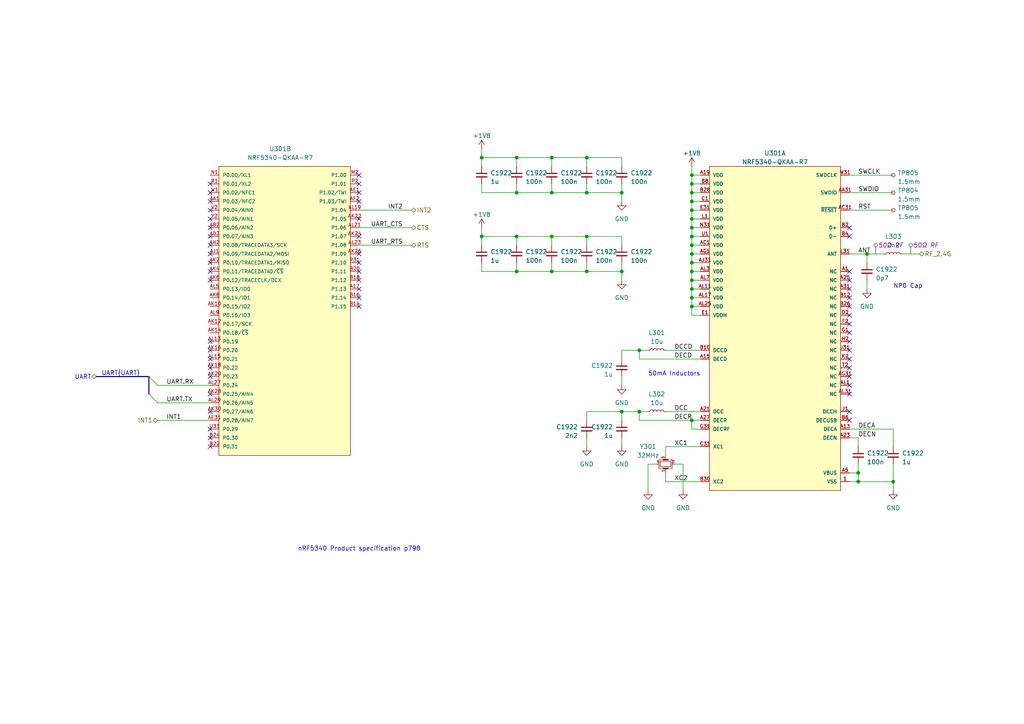
<source format=kicad_sch>
(kicad_sch (version 20230121) (generator eeschema)
  (paper "A4")
  (title_block (title "Watch Bluetooth") (rev "2"))
  (lib_symbols
    (symbol "Connector:TestPoint_Small" (pin_numbers hide) (pin_names (offset 0.762) hide)
      (property "Reference" "TP" (at 0 3.81 0))
      (property "Value" "TestPoint_Small" (at 0 2.032 0))
      (symbol "TestPoint_Small_0_1"
        (circle (center 0 0) (radius 0.508))
      )
      (symbol "TestPoint_Small_1_1"
        (pin passive line (at 0 0 90) (length 0) (name "1") (number "1"))
      )
    )
    (symbol "Device:C_Small" (pin_numbers hide) (pin_names (offset 0.254) hide)
      (property "Reference" "C" (at 0.254 1.778 0))
      (property "Value" "C_Small" (at 0.254 -2.032 0))
      (symbol "C_Small_0_1"
        (polyline (pts (xy -1.524 -0.508) (xy 1.524 -0.508)) (stroke (width 0.3302)))
        (polyline (pts (xy -1.524 0.508) (xy 1.524 0.508)) (stroke (width 0.3048)))
      )
      (symbol "C_Small_1_1"
        (pin passive line (at 0 2.54 270) (length 2.032) (name "~") (number "1"))
        (pin passive line (at 0 -2.54 90) (length 2.032) (name "~") (number "2"))
      )
    )
    (symbol "Device:Crystal_GND24_Small" (pin_names (offset 1.016) hide)
      (property "Reference" "Y" (at 1.27 4.445 0))
      (property "Value" "Crystal_GND24_Small" (at 1.27 2.54 0))
      (symbol "Crystal_GND24_Small_0_1"
        (rectangle (start -0.762 -1.524) (end 0.762 1.524))
        (polyline (pts (xy -1.27 -0.762) (xy -1.27 0.762)) (stroke (width 0.381)))
        (polyline (pts (xy 1.27 -0.762) (xy 1.27 0.762)) (stroke (width 0.381)))
        (polyline (pts (xy -1.27 -1.27) (xy -1.27 -1.905) (xy 1.27 -1.905) (xy 1.27 -1.27)))
        (polyline (pts (xy -1.27 1.27) (xy -1.27 1.905) (xy 1.27 1.905) (xy 1.27 1.27)))
      )
      (symbol "Crystal_GND24_Small_1_1"
        (pin passive line (at -2.54 0 0) (length 1.27) (name "1") (number "1"))
        (pin passive line (at 0 -2.54 90) (length 0.635) (name "2") (number "2"))
        (pin passive line (at 2.54 0 180) (length 1.27) (name "3") (number "3"))
        (pin passive line (at 0 2.54 270) (length 0.635) (name "4") (number "4"))
      )
    )
    (symbol "Device:L_Small" (pin_numbers hide) (pin_names (offset 0.254) hide)
      (property "Reference" "L" (at 0.762 1.016 0))
      (property "Value" "L_Small" (at 0.762 -1.016 0))
      (symbol "L_Small_0_1"
        (arc (start 0 -2.032) (mid 0.5058 -1.524) (end 0 -1.016))
        (arc (start 0 -1.016) (mid 0.5058 -0.508) (end 0 0))
        (arc (start 0 0) (mid 0.5058 0.508) (end 0 1.016))
        (arc (start 0 1.016) (mid 0.5058 1.524) (end 0 2.032))
      )
      (symbol "L_Small_1_1"
        (pin passive line (at 0 2.54 270) (length 0.508) (name "~") (number "1"))
        (pin passive line (at 0 -2.54 90) (length 0.508) (name "~") (number "2"))
      )
    )
    (symbol "NRF5340-QKAA-R7:NRF5340-QKAA-R7" (pin_names (offset 1.016))
      (property "Reference" "U" (at 0 7.62 0))
      (property "Value" "NRF5340-QKAA-R7" (at 0 5.08 0))
      (symbol "NRF5340-QKAA-R7_1_1"
        (rectangle (start 5.08 2.54) (end 43.18 -91.44) (fill (type background)))
        (pin power_in line (at 45.72 -88.9 180) (length 2.54) (name "VSS") (number "1"))
        (pin passive line (at 45.72 -27.94 180) (length 2.54) (name "NC") (number "A1"))
        (pin power_in line (at 45.72 -73.66 180) (length 2.54) (name "DECA") (number "A13"))
        (pin power_in line (at 2.54 -53.34 0) (length 2.54) (name "DECD") (number "A15"))
        (pin power_in line (at 2.54 0 0) (length 2.54) (name "VDD") (number "A19"))
        (pin power_in line (at 2.54 -68.58 0) (length 2.54) (name "DCC") (number "A21"))
        (pin power_in line (at 45.72 -76.2 180) (length 2.54) (name "DECN") (number "A23"))
        (pin passive line (at 45.72 -30.48 180) (length 2.54) (name "NC") (number "A25"))
        (pin power_in line (at 2.54 -71.12 0) (length 2.54) (name "DECR") (number "A27"))
        (pin passive line (at 45.72 -33.02 180) (length 2.54) (name "NC") (number "A31"))
        (pin power_in line (at 45.72 -86.36 180) (length 2.54) (name "VBUS") (number "A5"))
        (pin bidirectional line (at 45.72 -5.08 180) (length 2.54) (name "SWDIO") (number "AA31"))
        (pin power_in line (at 2.54 -20.32 0) (length 2.54) (name "VDD") (number "AC1"))
        (pin input line (at 45.72 -10.16 180) (length 2.54) (name "~{RESET}") (number "AC31"))
        (pin power_in line (at 2.54 -22.86 0) (length 2.54) (name "VDD") (number "AG1"))
        (pin passive line (at 45.72 -58.42 180) (length 2.54) (name "NC") (number "AG31"))
        (pin power_in line (at 2.54 -25.4 0) (length 2.54) (name "VDD") (number "AJ31"))
        (pin passive line (at 45.72 -60.96 180) (length 2.54) (name "NC") (number "AL1"))
        (pin power_in line (at 2.54 -33.02 0) (length 2.54) (name "VDD") (number "AL11"))
        (pin power_in line (at 2.54 -35.56 0) (length 2.54) (name "VDD") (number "AL17"))
        (pin power_in line (at 2.54 -38.1 0) (length 2.54) (name "VDD") (number "AL25"))
        (pin power_in line (at 2.54 -27.94 0) (length 2.54) (name "VDD") (number "AL3"))
        (pin passive line (at 45.72 -63.5 180) (length 2.54) (name "NC") (number "AL31"))
        (pin power_in line (at 2.54 -30.48 0) (length 2.54) (name "VDD") (number "AL7"))
        (pin power_in line (at 2.54 -50.8 0) (length 2.54) (name "DCCD") (number "B10"))
        (pin passive line (at 45.72 -35.56 180) (length 2.54) (name "NC") (number "B12"))
        (pin bidirectional line (at 45.72 -15.24 180) (length 2.54) (name "D+") (number "B2"))
        (pin passive line (at 45.72 -38.1 180) (length 2.54) (name "NC") (number "B26"))
        (pin power_in line (at 2.54 -5.08 0) (length 2.54) (name "VDD") (number "B28"))
        (pin input line (at 2.54 -88.9 0) (length 2.54) (name "XC2") (number "B30"))
        (pin bidirectional line (at 45.72 -17.78 180) (length 2.54) (name "D-") (number "B4"))
        (pin power_in line (at 45.72 -71.12 180) (length 2.54) (name "DECUSB") (number "B6"))
        (pin power_in line (at 2.54 -2.54 0) (length 2.54) (name "VDD") (number "B8"))
        (pin power_in line (at 2.54 -7.62 0) (length 2.54) (name "VDD") (number "C1"))
        (pin input line (at 2.54 -78.74 0) (length 2.54) (name "XC1") (number "C31"))
        (pin passive line (at 45.72 -40.64 180) (length 2.54) (name "NC") (number "D2"))
        (pin power_in line (at 2.54 -40.64 0) (length 2.54) (name "VDDH") (number "E1"))
        (pin power_in line (at 2.54 -10.16 0) (length 2.54) (name "VDD") (number "E31"))
        (pin passive line (at 45.72 -43.18 180) (length 2.54) (name "NC") (number "F2"))
        (pin passive line (at 45.72 -45.72 180) (length 2.54) (name "NC") (number "G1"))
        (pin power_in line (at 2.54 -73.66 0) (length 2.54) (name "DECRF") (number "G31"))
        (pin passive line (at 45.72 -48.26 180) (length 2.54) (name "NC") (number "H2"))
        (pin power_in line (at 45.72 -68.58 180) (length 2.54) (name "DCCH") (number "J1"))
        (pin passive line (at 45.72 -50.8 180) (length 2.54) (name "NC") (number "J31"))
        (pin passive line (at 45.72 -53.34 180) (length 2.54) (name "NC") (number "K2"))
        (pin power_in line (at 2.54 -12.7 0) (length 2.54) (name "VDD") (number "L1"))
        (pin passive line (at 45.72 -22.86 180) (length 2.54) (name "ANT") (number "L31"))
        (pin power_in line (at 2.54 -15.24 0) (length 2.54) (name "VDD") (number "N31"))
        (pin passive line (at 45.72 -55.88 180) (length 2.54) (name "NC") (number "T2"))
        (pin power_in line (at 2.54 -17.78 0) (length 2.54) (name "VDD") (number "U1"))
        (pin input line (at 45.72 0 180) (length 2.54) (name "SWDCLK") (number "W31"))
      )
      (symbol "NRF5340-QKAA-R7_2_1"
        (rectangle (start -17.78 2.54) (end 20.32 -81.28) (fill (type background)))
        (pin bidirectional line (at 22.86 -33.02 180) (length 2.54) (name "P1.13") (number "A17"))
        (pin bidirectional line (at -20.32 -7.62 0) (length 2.54) (name "P0.03/NFC2") (number "AA1"))
        (pin bidirectional line (at -20.32 -15.24 0) (length 2.54) (name "P0.06/AIN2") (number "AB2"))
        (pin bidirectional line (at -20.32 -17.78 0) (length 2.54) (name "P0.07/AIN3") (number "AD2"))
        (pin bidirectional line (at 22.86 -5.08 180) (length 2.54) (name "P1.02/TWI") (number "AE1"))
        (pin bidirectional line (at -20.32 -71.12 0) (length 2.54) (name "P0.28/AIN7") (number "AE31"))
        (pin bidirectional line (at 22.86 -7.62 180) (length 2.54) (name "P1.03/TWI") (number "AF2"))
        (pin bidirectional line (at -20.32 -20.32 0) (length 2.54) (name "P0.08/TRACEDATA3/SCK") (number "AH2"))
        (pin bidirectional line (at -20.32 -22.86 0) (length 2.54) (name "P0.09/TRACEDATA2/MOSI") (number "AJ1"))
        (pin bidirectional line (at -20.32 -38.1 0) (length 2.54) (name "P0.15/IO2") (number "AK10"))
        (pin bidirectional line (at -20.32 -43.18 0) (length 2.54) (name "P0.17/SCK") (number "AK12"))
        (pin bidirectional line (at -20.32 -45.72 0) (length 2.54) (name "P0.18/~{CS}") (number "AK14"))
        (pin bidirectional line (at -20.32 -50.8 0) (length 2.54) (name "P0.20") (number "AK16"))
        (pin bidirectional line (at -20.32 -55.88 0) (length 2.54) (name "P0.22") (number "AK18"))
        (pin bidirectional line (at -20.32 -25.4 0) (length 2.54) (name "P0.10/TRACEDATA1/MISO") (number "AK2"))
        (pin bidirectional line (at -20.32 -58.42 0) (length 2.54) (name "P0.23") (number "AK20"))
        (pin bidirectional line (at 22.86 -12.7 180) (length 2.54) (name "P1.05") (number "AK22"))
        (pin bidirectional line (at 22.86 -17.78 180) (length 2.54) (name "P1.07") (number "AK24"))
        (pin bidirectional line (at 22.86 -22.86 180) (length 2.54) (name "P1.09") (number "AK26"))
        (pin bidirectional line (at -20.32 -63.5 0) (length 2.54) (name "P0.25/AIN4") (number "AK28"))
        (pin bidirectional line (at -20.32 -68.58 0) (length 2.54) (name "P0.27/AIN6") (number "AK30"))
        (pin bidirectional line (at -20.32 -27.94 0) (length 2.54) (name "P0.11/TRACEDATA0/~{CS}") (number "AK4"))
        (pin bidirectional line (at -20.32 -30.48 0) (length 2.54) (name "P0.12/TRACECLK/DCX") (number "AK6"))
        (pin bidirectional line (at -20.32 -35.56 0) (length 2.54) (name "P0.14/IO1") (number "AK8"))
        (pin bidirectional line (at -20.32 -48.26 0) (length 2.54) (name "P0.19") (number "AL13"))
        (pin bidirectional line (at -20.32 -53.34 0) (length 2.54) (name "P0.21") (number "AL15"))
        (pin bidirectional line (at 22.86 -10.16 180) (length 2.54) (name "P1.04") (number "AL19"))
        (pin bidirectional line (at 22.86 -15.24 180) (length 2.54) (name "P1.06") (number "AL21"))
        (pin bidirectional line (at 22.86 -20.32 180) (length 2.54) (name "P1.08") (number "AL23"))
        (pin bidirectional line (at -20.32 -60.96 0) (length 2.54) (name "P0.24") (number "AL27"))
        (pin bidirectional line (at -20.32 -66.04 0) (length 2.54) (name "P0.26/AIN5") (number "AL29"))
        (pin bidirectional line (at -20.32 -33.02 0) (length 2.54) (name "P0.13/IO0") (number "AL5"))
        (pin bidirectional line (at -20.32 -40.64 0) (length 2.54) (name "P0.16/IO3") (number "AL9"))
        (pin bidirectional line (at 22.86 -38.1 180) (length 2.54) (name "P1.15") (number "B14"))
        (pin bidirectional line (at 22.86 -35.56 180) (length 2.54) (name "P1.14") (number "B16"))
        (pin bidirectional line (at 22.86 -30.48 180) (length 2.54) (name "P1.12") (number "B18"))
        (pin bidirectional line (at 22.86 -27.94 180) (length 2.54) (name "P1.11") (number "B20"))
        (pin bidirectional line (at -20.32 -78.74 0) (length 2.54) (name "P0.31") (number "B22"))
        (pin bidirectional line (at -20.32 -76.2 0) (length 2.54) (name "P0.30") (number "B24"))
        (pin bidirectional line (at 22.86 0 180) (length 2.54) (name "P1.00") (number "M2"))
        (pin bidirectional line (at -20.32 0 0) (length 2.54) (name "P0.00/XL1") (number "N1"))
        (pin bidirectional line (at 22.86 -2.54 180) (length 2.54) (name "P1.01") (number "P2"))
        (pin bidirectional line (at -20.32 -2.54 0) (length 2.54) (name "P0.01/XL2") (number "R1"))
        (pin bidirectional line (at 22.86 -25.4 180) (length 2.54) (name "P1.10") (number "R31"))
        (pin bidirectional line (at -20.32 -73.66 0) (length 2.54) (name "P0.29") (number "U31"))
        (pin bidirectional line (at -20.32 -10.16 0) (length 2.54) (name "P0.04/AIN0") (number "V2"))
        (pin bidirectional line (at -20.32 -5.08 0) (length 2.54) (name "P0.02/NFC1") (number "W1"))
        (pin bidirectional line (at -20.32 -12.7 0) (length 2.54) (name "P0.05/AIN1") (number "Y2"))
      )
    )
    (symbol "power:+1V8" (power) (pin_names (offset 0))
      (property "Value" "+1V8" (at 0 3.556 0))
      (symbol "+1V8_0_1"
        (polyline (pts (xy -0.762 1.27) (xy 0 2.54)))
        (polyline (pts (xy 0 0) (xy 0 2.54)))
        (polyline (pts (xy 0 2.54) (xy 0.762 1.27)))
      )
      (symbol "+1V8_1_1"
        (pin power_in line (at 0 0 90) (length 0) hide (name "+1V8") (number "1"))
      )
    )
    (symbol "power:GND" (power) (pin_names (offset 0))
      (property "Value" "GND" (at 0 -3.81 0))
      (symbol "GND_0_1"
        (polyline (pts (xy 0 0) (xy 0 -1.27) (xy 1.27 -1.27) (xy 0 -2.54) (xy -1.27 -1.27) (xy 0 -1.27)))
      )
      (symbol "GND_1_1"
        (pin power_in line (at 0 0 270) (length 0) hide (name "GND") (number "1"))
      )
    )
  )
  (junction (at 200.66 55.88))
  (junction (at 185.42 119.38))
  (junction (at 200.66 50.8))
  (junction (at 248.92 137.16))
  (junction (at 200.66 73.66))
  (junction (at 149.86 68.58))
  (junction (at 200.66 86.36))
  (junction (at 160.02 68.58))
  (junction (at 170.18 55.88))
  (junction (at 200.66 78.74))
  (junction (at 200.66 76.2))
  (junction (at 160.02 45.72))
  (junction (at 251.46 73.66))
  (junction (at 248.92 139.7))
  (junction (at 149.86 78.74))
  (junction (at 170.18 68.58))
  (junction (at 180.34 78.74))
  (junction (at 180.34 55.88))
  (junction (at 160.02 55.88))
  (junction (at 200.66 83.82))
  (junction (at 149.86 45.72))
  (junction (at 160.02 78.74))
  (junction (at 149.86 55.88))
  (junction (at 200.66 81.28))
  (junction (at 139.7 45.72))
  (junction (at 185.42 101.6))
  (junction (at 200.66 66.04))
  (junction (at 200.66 60.96))
  (junction (at 200.66 88.9))
  (junction (at 170.18 45.72))
  (junction (at 259.08 139.7))
  (junction (at 139.7 68.58))
  (junction (at 200.66 71.12))
  (junction (at 200.66 53.34))
  (junction (at 200.66 121.92))
  (junction (at 200.66 68.58))
  (junction (at 200.66 63.5))
  (junction (at 200.66 58.42))
  (junction (at 180.34 119.38))
  (junction (at 170.18 78.74))
  (no_connect (at 246.38 119.38))
  (no_connect (at 246.38 121.92))
  (no_connect (at 104.14 50.8))
  (no_connect (at 60.96 101.6))
  (no_connect (at 246.38 111.76))
  (no_connect (at 60.96 73.66))
  (no_connect (at 60.96 58.42))
  (no_connect (at 246.38 78.74))
  (no_connect (at 246.38 101.6))
  (no_connect (at 246.38 99.06))
  (no_connect (at 60.96 63.5))
  (no_connect (at 104.14 68.58))
  (no_connect (at 60.96 66.04))
  (no_connect (at 104.14 83.82))
  (no_connect (at 246.38 93.98))
  (no_connect (at 246.38 81.28))
  (no_connect (at 104.14 88.9))
  (no_connect (at 104.14 55.88))
  (no_connect (at 104.14 78.74))
  (no_connect (at 60.96 68.58))
  (no_connect (at 60.96 106.68))
  (no_connect (at 246.38 109.22))
  (no_connect (at 246.38 114.3))
  (no_connect (at 60.96 81.28))
  (no_connect (at 246.38 88.9))
  (no_connect (at 246.38 96.52))
  (no_connect (at 60.96 119.38))
  (no_connect (at 246.38 86.36))
  (no_connect (at 246.38 68.58))
  (no_connect (at 60.96 109.22))
  (no_connect (at 104.14 73.66))
  (no_connect (at 60.96 114.3))
  (no_connect (at 60.96 124.46))
  (no_connect (at 60.96 76.2))
  (no_connect (at 60.96 55.88))
  (no_connect (at 246.38 106.68))
  (no_connect (at 60.96 104.14))
  (no_connect (at 104.14 58.42))
  (no_connect (at 246.38 91.44))
  (no_connect (at 104.14 63.5))
  (no_connect (at 60.96 127))
  (no_connect (at 104.14 81.28))
  (no_connect (at 60.96 99.06))
  (no_connect (at 104.14 53.34))
  (no_connect (at 104.14 86.36))
  (no_connect (at 246.38 83.82))
  (no_connect (at 246.38 66.04))
  (no_connect (at 60.96 60.96))
  (no_connect (at 104.14 76.2))
  (no_connect (at 60.96 53.34))
  (no_connect (at 60.96 129.54))
  (no_connect (at 60.96 71.12))
  (no_connect (at 60.96 78.74))
  (no_connect (at 246.38 104.14))
  (bus_entry (at 43.18 114.3) (size 2.54 2.54))
  (bus_entry (at 43.18 109.22) (size 2.54 2.54))
  (wire (pts (xy 200.66 91.44) (xy 203.2 91.44)))
  (wire (pts (xy 170.18 78.74) (xy 160.02 78.74)))
  (wire (pts (xy 187.96 142.24) (xy 187.96 134.62)))
  (wire (pts (xy 200.66 48.26) (xy 200.66 50.8)))
  (wire (pts (xy 200.66 76.2) (xy 200.66 78.74)))
  (wire (pts (xy 246.38 55.88) (xy 259.08 55.88)))
  (wire (pts (xy 259.08 139.7) (xy 259.08 142.24)))
  (wire (pts (xy 139.7 66.04) (xy 139.7 68.58)))
  (wire (pts (xy 160.02 78.74) (xy 149.86 78.74)))
  (wire (pts (xy 149.86 45.72) (xy 160.02 45.72)))
  (wire (pts (xy 200.66 83.82) (xy 203.2 83.82)))
  (wire (pts (xy 180.34 109.22) (xy 180.34 111.76)))
  (wire (pts (xy 193.04 101.6) (xy 203.2 101.6)))
  (wire (pts (xy 149.86 68.58) (xy 149.86 71.12)))
  (wire (pts (xy 200.66 86.36) (xy 200.66 88.9)))
  (wire (pts (xy 259.08 129.54) (xy 259.08 124.46)))
  (wire (pts (xy 251.46 73.66) (xy 251.46 76.2)))
  (wire (pts (xy 185.42 121.92) (xy 200.66 121.92)))
  (wire (pts (xy 185.42 121.92) (xy 185.42 119.38)))
  (wire (pts (xy 170.18 55.88) (xy 170.18 53.34)))
  (wire (pts (xy 259.08 139.7) (xy 248.92 139.7)))
  (wire (pts (xy 261.62 73.66) (xy 266.7 73.66)))
  (wire (pts (xy 246.38 139.7) (xy 248.92 139.7)))
  (wire (pts (xy 200.66 121.92) (xy 203.2 121.92)))
  (wire (pts (xy 251.46 83.82) (xy 251.46 81.28)))
  (wire (pts (xy 203.2 104.14) (xy 185.42 104.14)))
  (wire (pts (xy 180.34 68.58) (xy 180.34 71.12)))
  (wire (pts (xy 180.34 101.6) (xy 180.34 104.14)))
  (wire (pts (xy 45.72 111.76) (xy 60.96 111.76)))
  (wire (pts (xy 248.92 134.62) (xy 248.92 137.16)))
  (wire (pts (xy 170.18 127) (xy 170.18 129.54)))
  (wire (pts (xy 248.92 127) (xy 246.38 127)))
  (wire (pts (xy 160.02 55.88) (xy 149.86 55.88)))
  (wire (pts (xy 160.02 55.88) (xy 160.02 53.34)))
  (wire (pts (xy 170.18 45.72) (xy 180.34 45.72)))
  (wire (pts (xy 180.34 119.38) (xy 185.42 119.38)))
  (wire (pts (xy 45.72 121.92) (xy 60.96 121.92)))
  (wire (pts (xy 170.18 68.58) (xy 170.18 71.12)))
  (wire (pts (xy 193.04 119.38) (xy 203.2 119.38)))
  (wire (pts (xy 139.7 68.58) (xy 139.7 71.12)))
  (wire (pts (xy 200.66 124.46) (xy 200.66 121.92)))
  (wire (pts (xy 198.12 142.24) (xy 198.12 134.62)))
  (bus (pts (xy 43.18 109.22) (xy 43.18 114.3)))
  (wire (pts (xy 104.14 60.96) (xy 119.38 60.96)))
  (wire (pts (xy 180.34 119.38) (xy 180.34 121.92)))
  (wire (pts (xy 200.66 50.8) (xy 203.2 50.8)))
  (wire (pts (xy 200.66 71.12) (xy 203.2 71.12)))
  (wire (pts (xy 185.42 104.14) (xy 185.42 101.6)))
  (wire (pts (xy 200.66 78.74) (xy 200.66 81.28)))
  (wire (pts (xy 246.38 73.66) (xy 251.46 73.66)))
  (wire (pts (xy 200.66 81.28) (xy 200.66 83.82)))
  (wire (pts (xy 193.04 139.7) (xy 203.2 139.7)))
  (wire (pts (xy 160.02 78.74) (xy 160.02 76.2)))
  (wire (pts (xy 200.66 81.28) (xy 203.2 81.28)))
  (wire (pts (xy 200.66 68.58) (xy 203.2 68.58)))
  (wire (pts (xy 149.86 55.88) (xy 139.7 55.88)))
  (wire (pts (xy 200.66 88.9) (xy 200.66 91.44)))
  (wire (pts (xy 200.66 124.46) (xy 203.2 124.46)))
  (wire (pts (xy 200.66 53.34) (xy 203.2 53.34)))
  (wire (pts (xy 200.66 63.5) (xy 203.2 63.5)))
  (wire (pts (xy 139.7 78.74) (xy 139.7 76.2)))
  (wire (pts (xy 139.7 68.58) (xy 149.86 68.58)))
  (wire (pts (xy 180.34 55.88) (xy 170.18 55.88)))
  (wire (pts (xy 180.34 55.88) (xy 180.34 58.42)))
  (wire (pts (xy 139.7 55.88) (xy 139.7 53.34)))
  (wire (pts (xy 104.14 66.04) (xy 119.38 66.04)))
  (wire (pts (xy 185.42 101.6) (xy 187.96 101.6)))
  (wire (pts (xy 193.04 137.16) (xy 193.04 139.7)))
  (wire (pts (xy 187.96 134.62) (xy 190.5 134.62)))
  (wire (pts (xy 200.66 50.8) (xy 200.66 53.34)))
  (wire (pts (xy 149.86 45.72) (xy 149.86 48.26)))
  (wire (pts (xy 160.02 45.72) (xy 160.02 48.26)))
  (wire (pts (xy 251.46 73.66) (xy 256.54 73.66)))
  (wire (pts (xy 200.66 71.12) (xy 200.66 73.66)))
  (wire (pts (xy 139.7 45.72) (xy 149.86 45.72)))
  (wire (pts (xy 193.04 129.54) (xy 193.04 132.08)))
  (wire (pts (xy 200.66 88.9) (xy 203.2 88.9)))
  (wire (pts (xy 246.38 50.8) (xy 259.08 50.8)))
  (wire (pts (xy 200.66 55.88) (xy 200.66 58.42)))
  (wire (pts (xy 170.18 78.74) (xy 170.18 76.2)))
  (wire (pts (xy 200.66 58.42) (xy 200.66 60.96)))
  (wire (pts (xy 185.42 119.38) (xy 187.96 119.38)))
  (wire (pts (xy 180.34 78.74) (xy 170.18 78.74)))
  (wire (pts (xy 160.02 45.72) (xy 170.18 45.72)))
  (wire (pts (xy 248.92 129.54) (xy 248.92 127)))
  (wire (pts (xy 200.66 76.2) (xy 203.2 76.2)))
  (wire (pts (xy 200.66 86.36) (xy 203.2 86.36)))
  (wire (pts (xy 149.86 68.58) (xy 160.02 68.58)))
  (wire (pts (xy 170.18 45.72) (xy 170.18 48.26)))
  (wire (pts (xy 149.86 78.74) (xy 139.7 78.74)))
  (wire (pts (xy 200.66 53.34) (xy 200.66 55.88)))
  (wire (pts (xy 149.86 55.88) (xy 149.86 53.34)))
  (wire (pts (xy 180.34 127) (xy 180.34 129.54)))
  (wire (pts (xy 246.38 137.16) (xy 248.92 137.16)))
  (wire (pts (xy 160.02 68.58) (xy 170.18 68.58)))
  (wire (pts (xy 104.14 71.12) (xy 119.38 71.12)))
  (wire (pts (xy 200.66 60.96) (xy 200.66 63.5)))
  (bus (pts (xy 43.18 109.22) (xy 27.94 109.22)))
  (wire (pts (xy 246.38 60.96) (xy 259.08 60.96)))
  (wire (pts (xy 160.02 68.58) (xy 160.02 71.12)))
  (wire (pts (xy 200.66 83.82) (xy 200.66 86.36)))
  (wire (pts (xy 180.34 78.74) (xy 180.34 81.28)))
  (wire (pts (xy 203.2 129.54) (xy 193.04 129.54)))
  (wire (pts (xy 200.66 78.74) (xy 203.2 78.74)))
  (wire (pts (xy 200.66 60.96) (xy 203.2 60.96)))
  (wire (pts (xy 45.72 116.84) (xy 60.96 116.84)))
  (wire (pts (xy 200.66 58.42) (xy 203.2 58.42)))
  (wire (pts (xy 198.12 134.62) (xy 195.58 134.62)))
  (wire (pts (xy 259.08 134.62) (xy 259.08 139.7)))
  (wire (pts (xy 139.7 45.72) (xy 139.7 48.26)))
  (wire (pts (xy 200.66 73.66) (xy 203.2 73.66)))
  (wire (pts (xy 180.34 78.74) (xy 180.34 76.2)))
  (wire (pts (xy 180.34 45.72) (xy 180.34 48.26)))
  (wire (pts (xy 259.08 124.46) (xy 246.38 124.46)))
  (wire (pts (xy 248.92 139.7) (xy 248.92 137.16)))
  (wire (pts (xy 200.66 66.04) (xy 203.2 66.04)))
  (wire (pts (xy 180.34 101.6) (xy 185.42 101.6)))
  (wire (pts (xy 200.66 68.58) (xy 200.66 71.12)))
  (wire (pts (xy 200.66 73.66) (xy 200.66 76.2)))
  (wire (pts (xy 200.66 55.88) (xy 203.2 55.88)))
  (wire (pts (xy 170.18 55.88) (xy 160.02 55.88)))
  (wire (pts (xy 149.86 78.74) (xy 149.86 76.2)))
  (wire (pts (xy 200.66 63.5) (xy 200.66 66.04)))
  (wire (pts (xy 170.18 68.58) (xy 180.34 68.58)))
  (wire (pts (xy 139.7 43.18) (xy 139.7 45.72)))
  (wire (pts (xy 170.18 119.38) (xy 170.18 121.92)))
  (wire (pts (xy 180.34 119.38) (xy 170.18 119.38)))
  (wire (pts (xy 180.34 55.88) (xy 180.34 53.34)))
  (wire (pts (xy 200.66 66.04) (xy 200.66 68.58)))
  (text "nRF5340 Product specification p798" (at 86.36 160.02 0) (effects (font (size 1.27 1.27)) (justify left bottom)))
  (text "NP0 Cap" (at 259.08 83.82 0) (effects (font (size 1.27 1.27)) (justify left bottom)))
  (text "50mA Inductors" (at 187.96 109.22 0) (effects (font (size 1.27 1.27)) (justify left bottom)))
  (label "UART{UART}" (at 40.64 109.22 180))
  (label "INT2" (at 116.84 60.96 180))
  (label "ANT" (at 248.92 73.66 0))
  (label "INT1" (at 48.26 121.92 0))
  (label "SWCLK" (at 248.92 50.8 0))
  (label "DECA" (at 248.92 124.46 0))
  (label "SWDIO" (at 248.92 55.88 0))
  (label "DCCD" (at 195.58 101.6 0))
  (label "DECD" (at 195.58 104.14 0))
  (label "DCC" (at 195.58 119.38 0))
  (label "UART.RX" (at 48.26 111.76 0))
  (label "UART_RTS" (at 116.84 71.12 180))
  (label "XC2" (at 195.58 139.7 0))
  (label "UART.TX" (at 48.26 116.84 0))
  (label "UART_CTS" (at 116.84 66.04 180))
  (label "DECR" (at 195.58 121.92 0))
  (label "XC1" (at 195.58 129.54 0))
  (label "RST" (at 248.92 60.96 0))
  (label "DECN" (at 248.92 127 0))
  (hierarchical_label "INT2" (shape bidirectional) (at 119.38 60.96 0))
  (hierarchical_label "CTS" (shape bidirectional) (at 119.38 66.04 0))
  (hierarchical_label "RTS" (shape bidirectional) (at 119.38 71.12 0))
  (hierarchical_label "RF_2.4G" (shape bidirectional) (at 266.7 73.66 0))
  (hierarchical_label "INT1" (shape bidirectional) (at 45.72 121.92 180))
  (hierarchical_label "UART" (shape bidirectional) (at 27.94 109.22 180) (property "DSI" "DSI" (effects hide)))
  (netclass_flag "" (length 2.54) (shape round) (at 254 73.66 0) (property "Netclass" "50Ω RF" (at 254.6985 71.12 0) (effects (font italic) (justify left))))
  (netclass_flag "" (length 2.54) (shape round) (at 264.16 73.66 0) (property "Netclass" "50Ω RF" (at 264.8585 71.12 0) (effects (font italic) (justify left))))
  (symbol (lib_id "Device:C_Small") (at 251.46 78.74 0) (unit 1)
    (property "Reference" "C1922" (at 254 78.1113 0) (effects (justify left)))
    (property "Value" "0p7" (at 254 80.6513 0) (effects (justify left)))
    (property "Footprint" "Capacitor_SMD:C_0402_1005Metric" (effects hide))
    (instances (project "watch_main" (path "" (reference "C1922") (unit 1)) (path "" (reference "C315") (unit 1))))
  )
  (symbol (lib_id "Device:C_Small") (at 170.18 124.46 0) (mirror y) (unit 1)
    (property "Reference" "C1922" (at 167.64 123.8313 0) (effects (justify left)))
    (property "Value" "2n2" (at 167.64 126.3713 0) (effects (justify left)))
    (property "Footprint" "Capacitor_SMD:C_0402_1005Metric" (effects hide))
    (instances (project "watch_main" (path "" (reference "C1922") (unit 1)) (path "" (reference "C307") (unit 1))))
  )
  (symbol (lib_id "Device:C_Small") (at 170.18 73.66 0) (unit 1)
    (property "Reference" "C1922" (at 172.72 73.0313 0) (effects (justify left)))
    (property "Value" "100n" (at 172.72 75.5713 0) (effects (justify left)))
    (property "Footprint" "Capacitor_SMD:C_0402_1005Metric" (effects hide))
    (instances (project "watch_main" (path "" (reference "C1922") (unit 1)) (path "" (reference "C309") (unit 1))))
  )
  (symbol (lib_id "power:GND") (at 180.34 111.76 0) (unit 1)
    (property "Reference" "#PWR0304" (effects hide))
    (property "Value" "GND" (at 180.34 116.84 0))
  )
  (symbol (lib_id "Device:C_Small") (at 149.86 73.66 0) (unit 1)
    (property "Reference" "C1922" (at 152.4 73.0313 0) (effects (justify left)))
    (property "Value" "100n" (at 152.4 75.5713 0) (effects (justify left)))
    (property "Footprint" "Capacitor_SMD:C_0402_1005Metric" (effects hide))
    (instances (project "watch_main" (path "" (reference "C1922") (unit 1)) (path "" (reference "C304") (unit 1))))
  )
  (symbol (lib_id "NRF5340-QKAA-R7:NRF5340-QKAA-R7") (at 200.66 50.8 0) (unit 1)
    (property "Reference" "U301" (at 224.79 44.45 0))
    (property "Value" "NRF5340-QKAA-R7" (at 224.79 46.99 0))
    (property "Footprint" "watch_footprints:NRF5340-QKAA-R7_modified" (effects hide))
    (property "Datasheet" "https://infocenter.nordicsemi.com/pdf/nRF5340_PS_v1.1.pdf" (effects hide))
    (property "ambient temperature range high" "+105°C" (effects hide))
    (property "ambient temperature range low" "-40°C" (effects hide))
    (property "automotive" "No" (effects hide))
    (property "category" "IC" (effects hide))
    (property "data rate" "2Mbits/s" (effects hide))
    (property "device class L1" "Integrated Circuits (ICs)" (effects hide))
    (property "device class L2" "RF Semiconductors and Devices" (effects hide))
    (property "device class L3" "Transceivers" (effects hide))
    (property "digikey description" "BLE 5.2 SOC" (effects hide))
    (property "digikey part number" "1490-NRF5340-QKAA-R7CT-ND" (effects hide))
    (property "height" "0.85mm" (effects hide))
    (property "interface" "I2C,SPI,UART,2-Wire,USB,Other" (effects hide))
    (property "lead free" "Yes" (effects hide))
    (property "library id" "b2b493d511d996b1" (effects hide))
    (property "manufacturer" "Nordic Semiconductor" (effects hide))
    (property "max frequency" "2.4GHz" (effects hide))
    (property "max supply voltage" "5.5V" (effects hide))
    (property "min supply voltage" "1.7V" (effects hide))
    (property "mouser part number" "949-NRF5340-QKAA-R7" (effects hide))
    (property "number of ADC channels" "8" (effects hide))
    (property "number of GPIO" "48" (effects hide))
    (property "package" "aQFN94" (effects hide))
    (property "receiving current" "3.8-4.8mA" (effects hide))
    (property "rohs" "Yes" (effects hide))
    (property "sensitivity" "-98dBm" (effects hide))
    (property "standoff height" "0.02mm" (effects hide))
    (property "temperature range high" "+105°C" (effects hide))
    (property "temperature range low" "-40°C" (effects hide))
    (property "transmitting current" "5.3-8.8mA" (effects hide))
  )
  (symbol (lib_id "power:GND") (at 180.34 129.54 0) (unit 1)
    (property "Reference" "#PWR0305" (effects hide))
    (property "Value" "GND" (at 180.34 134.62 0))
  )
  (symbol (lib_id "power:GND") (at 259.08 142.24 0) (unit 1)
    (property "Reference" "#PWR0312" (effects hide))
    (property "Value" "GND" (at 259.08 147.32 0))
  )
  (symbol (lib_id "Device:C_Small") (at 139.7 50.8 0) (unit 1)
    (property "Reference" "C1922" (at 142.24 50.1713 0) (effects (justify left)))
    (property "Value" "1u" (at 142.24 52.7113 0) (effects (justify left)))
    (property "Footprint" "Capacitor_SMD:C_0402_1005Metric" (effects hide))
    (instances (project "watch_main" (path "" (reference "C1922") (unit 1)) (path "" (reference "C301") (unit 1))))
  )
  (symbol (lib_id "Device:C_Small") (at 180.34 124.46 0) (mirror y) (unit 1)
    (property "Reference" "C1922" (at 177.8 123.8313 0) (effects (justify left)))
    (property "Value" "1u" (at 177.8 126.3713 0) (effects (justify left)))
    (property "Footprint" "Capacitor_SMD:C_0402_1005Metric" (effects hide))
    (instances (project "watch_main" (path "" (reference "C1922") (unit 1)) (path "" (reference "C311") (unit 1))))
  )
  (symbol (lib_id "power:GND") (at 180.34 58.42 0) (unit 1)
    (property "Reference" "#PWR0306" (effects hide))
    (property "Value" "GND" (at 180.34 63.5 0))
  )
  (symbol (lib_id "Device:C_Small") (at 160.02 73.66 0) (unit 1)
    (property "Reference" "C1922" (at 162.56 73.0313 0) (effects (justify left)))
    (property "Value" "100n" (at 162.56 75.5713 0) (effects (justify left)))
    (property "Footprint" "Capacitor_SMD:C_0402_1005Metric" (effects hide))
    (instances (project "watch_main" (path "" (reference "C1922") (unit 1)) (path "" (reference "C306") (unit 1))))
  )
  (symbol (lib_id "Connector:TestPoint_Small") (at 259.08 50.8 0) (unit 1)
    (property "Reference" "TP805" (at 260.35 50.165 0) (effects (justify left)))
    (property "Value" "1.5mm" (at 260.35 52.705 0) (effects (justify left)))
    (property "Footprint" "TestPoint:TestPoint_Pad_D1.5mm" (effects hide))
    (instances (project "watch_main" (path "" (reference "TP805") (unit 1)) (path "" (reference "TP301") (unit 1))))
  )
  (symbol (lib_id "power:GND") (at 180.34 81.28 0) (unit 1)
    (property "Reference" "#PWR0307" (effects hide))
    (property "Value" "GND" (at 180.34 86.36 0))
  )
  (symbol (lib_id "power:+1V8") (at 200.66 48.26 0) (unit 1)
    (property "Reference" "#PWR0310" (effects hide))
    (property "Value" "+1V8" (at 200.66 44.45 0))
  )
  (symbol (lib_id "Device:C_Small") (at 248.92 132.08 0) (unit 1)
    (property "Reference" "C1922" (at 251.46 131.4513 0) (effects (justify left)))
    (property "Value" "100n" (at 251.46 133.9913 0) (effects (justify left)))
    (property "Footprint" "Capacitor_SMD:C_0402_1005Metric" (effects hide))
    (instances (project "watch_main" (path "" (reference "C1922") (unit 1)) (path "" (reference "C314") (unit 1))))
  )
  (symbol (lib_id "Device:C_Small") (at 139.7 73.66 0) (unit 1)
    (property "Reference" "C1922" (at 142.24 73.0313 0) (effects (justify left)))
    (property "Value" "1u" (at 142.24 75.5713 0) (effects (justify left)))
    (property "Footprint" "Capacitor_SMD:C_0402_1005Metric" (effects hide))
    (instances (project "watch_main" (path "" (reference "C1922") (unit 1)) (path "" (reference "C302") (unit 1))))
  )
  (symbol (lib_id "Connector:TestPoint_Small") (at 259.08 60.96 0) (unit 1)
    (property "Reference" "TP805" (at 260.35 60.325 0) (effects (justify left)))
    (property "Value" "1.5mm" (at 260.35 62.865 0) (effects (justify left)))
    (property "Footprint" "TestPoint:TestPoint_Pad_D1.5mm" (effects hide))
    (instances (project "watch_main" (path "" (reference "TP805") (unit 1)) (path "" (reference "TP303") (unit 1))))
  )
  (symbol (lib_id "Device:C_Small") (at 259.08 132.08 0) (unit 1)
    (property "Reference" "C1922" (at 261.62 131.4513 0) (effects (justify left)))
    (property "Value" "1u" (at 261.62 133.9913 0) (effects (justify left)))
    (property "Footprint" "Capacitor_SMD:C_0402_1005Metric" (effects hide))
    (instances (project "watch_main" (path "" (reference "C1922") (unit 1)) (path "" (reference "C316") (unit 1))))
  )
  (symbol (lib_id "power:GND") (at 251.46 83.82 0) (unit 1)
    (property "Reference" "#PWR0311" (effects hide))
    (property "Value" "GND" (at 251.46 88.9 0))
  )
  (symbol (lib_id "power:+1V8") (at 139.7 43.18 0) (unit 1)
    (property "Reference" "#PWR0301" (effects hide))
    (property "Value" "+1V8" (at 139.7 39.37 0))
  )
  (symbol (lib_id "Device:C_Small") (at 180.34 73.66 0) (unit 1)
    (property "Reference" "C1922" (at 182.88 73.0313 0) (effects (justify left)))
    (property "Value" "100n" (at 182.88 75.5713 0) (effects (justify left)))
    (property "Footprint" "Capacitor_SMD:C_0402_1005Metric" (effects hide))
    (instances (project "watch_main" (path "" (reference "C1922") (unit 1)) (path "" (reference "C313") (unit 1))))
  )
  (symbol (lib_id "Device:C_Small") (at 180.34 50.8 0) (unit 1)
    (property "Reference" "C1922" (at 182.88 50.1713 0) (effects (justify left)))
    (property "Value" "100n" (at 182.88 52.7113 0) (effects (justify left)))
    (property "Footprint" "Capacitor_SMD:C_0402_1005Metric" (effects hide))
    (instances (project "watch_main" (path "" (reference "C1922") (unit 1)) (path "" (reference "C312") (unit 1))))
  )
  (symbol (lib_id "Device:L_Small") (at 190.5 101.6 90) (unit 1)
    (property "Reference" "L301" (at 190.5 96.52 90))
    (property "Value" "10u" (at 190.5 99.06 90))
    (property "Footprint" "Inductor_SMD:L_TDK_MLZ1608" (effects hide))
  )
  (symbol (lib_id "Device:L_Small") (at 259.08 73.66 90) (unit 1)
    (property "Reference" "L303" (at 259.08 68.58 90))
    (property "Value" "2n2" (at 259.08 71.12 90))
    (property "Footprint" "Inductor_SMD:L_0402_1005Metric" (effects hide))
  )
  (symbol (lib_id "Device:C_Small") (at 170.18 50.8 0) (unit 1)
    (property "Reference" "C1922" (at 172.72 50.1713 0) (effects (justify left)))
    (property "Value" "100n" (at 172.72 52.7113 0) (effects (justify left)))
    (property "Footprint" "Capacitor_SMD:C_0402_1005Metric" (effects hide))
    (instances (project "watch_main" (path "" (reference "C1922") (unit 1)) (path "" (reference "C308") (unit 1))))
  )
  (symbol (lib_id "Device:Crystal_GND24_Small") (at 193.04 134.62 90) (unit 1)
    (property "Reference" "Y301" (at 187.96 129.54 90))
    (property "Value" "32MHz" (at 187.96 132.08 90))
    (property "Footprint" "Crystal:Crystal_SMD_2016-4Pin_2.0x1.6mm" (effects hide))
    (property "Mouser Link" "https://www.mouser.co.uk/ProductDetail/ECS/ECS-320-8-37B-CWN-TR?qs=3Rah4i%252BhyCHz%252B6r%252BQzq5cA%3D%3D" (effects hide))
  )
  (symbol (lib_id "power:GND") (at 198.12 142.24 0) (unit 1)
    (property "Reference" "#PWR0309" (effects hide))
    (property "Value" "GND" (at 198.12 147.32 0))
  )
  (symbol (lib_id "power:GND") (at 187.96 142.24 0) (unit 1)
    (property "Reference" "#PWR0308" (effects hide))
    (property "Value" "GND" (at 187.96 147.32 0))
  )
  (symbol (lib_id "Connector:TestPoint_Small") (at 259.08 55.88 0) (unit 1)
    (property "Reference" "TP804" (at 260.35 55.245 0) (effects (justify left)))
    (property "Value" "1.5mm" (at 260.35 57.785 0) (effects (justify left)))
    (property "Footprint" "TestPoint:TestPoint_Pad_D1.5mm" (effects hide))
    (instances (project "watch_main" (path "" (reference "TP804") (unit 1)) (path "" (reference "TP302") (unit 1))))
  )
  (symbol (lib_id "Device:C_Small") (at 160.02 50.8 0) (unit 1)
    (property "Reference" "C1922" (at 162.56 50.1713 0) (effects (justify left)))
    (property "Value" "100n" (at 162.56 52.7113 0) (effects (justify left)))
    (property "Footprint" "Capacitor_SMD:C_0402_1005Metric" (effects hide))
    (instances (project "watch_main" (path "" (reference "C1922") (unit 1)) (path "" (reference "C305") (unit 1))))
  )
  (symbol (lib_id "NRF5340-QKAA-R7:NRF5340-QKAA-R7") (at 81.28 50.8 0) (unit 2)
    (property "Reference" "U301" (at 81.28 43.18 0))
    (property "Value" "NRF5340-QKAA-R7" (at 81.28 45.72 0))
    (property "Footprint" "watch_footprints:NRF5340-QKAA-R7_modified" (effects hide))
    (property "Datasheet" "https://infocenter.nordicsemi.com/pdf/nRF5340_PS_v1.1.pdf" (effects hide))
    (property "ambient temperature range high" "+105°C" (effects hide))
    (property "ambient temperature range low" "-40°C" (effects hide))
    (property "automotive" "No" (effects hide))
    (property "category" "IC" (effects hide))
    (property "data rate" "2Mbits/s" (effects hide))
    (property "device class L1" "Integrated Circuits (ICs)" (effects hide))
    (property "device class L2" "RF Semiconductors and Devices" (effects hide))
    (property "device class L3" "Transceivers" (effects hide))
    (property "digikey description" "BLE 5.2 SOC" (effects hide))
    (property "digikey part number" "1490-NRF5340-QKAA-R7CT-ND" (effects hide))
    (property "height" "0.85mm" (effects hide))
    (property "interface" "I2C,SPI,UART,2-Wire,USB,Other" (effects hide))
    (property "lead free" "Yes" (effects hide))
    (property "library id" "b2b493d511d996b1" (effects hide))
    (property "manufacturer" "Nordic Semiconductor" (effects hide))
    (property "max frequency" "2.4GHz" (effects hide))
    (property "max supply voltage" "5.5V" (effects hide))
    (property "min supply voltage" "1.7V" (effects hide))
    (property "mouser part number" "949-NRF5340-QKAA-R7" (effects hide))
    (property "number of ADC channels" "8" (effects hide))
    (property "number of GPIO" "48" (effects hide))
    (property "package" "aQFN94" (effects hide))
    (property "receiving current" "3.8-4.8mA" (effects hide))
    (property "rohs" "Yes" (effects hide))
    (property "sensitivity" "-98dBm" (effects hide))
    (property "standoff height" "0.02mm" (effects hide))
    (property "temperature range high" "+105°C" (effects hide))
    (property "temperature range low" "-40°C" (effects hide))
    (property "transmitting current" "5.3-8.8mA" (effects hide))
  )
  (symbol (lib_id "Device:C_Small") (at 180.34 106.68 0) (mirror y) (unit 1)
    (property "Reference" "C1922" (at 177.8 106.0513 0) (effects (justify left)))
    (property "Value" "1u" (at 177.8 108.5913 0) (effects (justify left)))
    (property "Footprint" "Capacitor_SMD:C_0402_1005Metric" (effects hide))
    (instances (project "watch_main" (path "" (reference "C1922") (unit 1)) (path "" (reference "C310") (unit 1))))
  )
  (symbol (lib_id "power:GND") (at 170.18 129.54 0) (unit 1)
    (property "Reference" "#PWR0303" (effects hide))
    (property "Value" "GND" (at 170.18 134.62 0))
  )
  (symbol (lib_id "Device:L_Small") (at 190.5 119.38 90) (unit 1)
    (property "Reference" "L302" (at 190.5 114.3 90))
    (property "Value" "10u" (at 190.5 116.84 90))
    (property "Footprint" "Inductor_SMD:L_TDK_MLZ1608" (effects hide))
  )
  (symbol (lib_id "Device:C_Small") (at 149.86 50.8 0) (unit 1)
    (property "Reference" "C1922" (at 152.4 50.1713 0) (effects (justify left)))
    (property "Value" "100n" (at 152.4 52.7113 0) (effects (justify left)))
    (property "Footprint" "Capacitor_SMD:C_0402_1005Metric" (effects hide))
    (instances (project "watch_main" (path "" (reference "C1922") (unit 1)) (path "" (reference "C303") (unit 1))))
  )
  (symbol (lib_id "power:+1V8") (at 139.7 66.04 0) (unit 1)
    (property "Reference" "#PWR0302" (effects hide))
    (property "Value" "+1V8" (at 139.7 62.23 0))
  )
)
</source>
